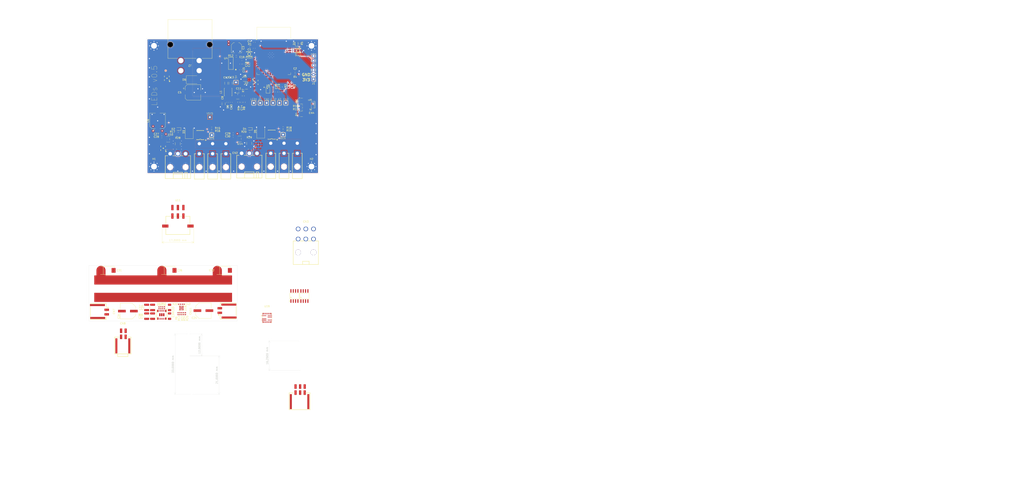
<source format=kicad_pcb>
(kicad_pcb (version 20241229) (generator "pcbnew") (generator_version "9.0")
  (layers (0 "F.Cu" signal) (4 "In1.Cu" power "Ground") (6 "In2.Cu" power "Power") (2 "B.Cu" signal) (13 "F.Paste" user) (15 "B.Paste" user) (5 "F.SilkS" user "F.Silkscreen") (7 "B.SilkS" user "B.Silkscreen") (1 "F.Mask" user) (3 "B.Mask" user) (25 "Edge.Cuts" user))
  (net 0 "")
  (net 1 "GND")
  (net 2 "/3v3/3v3")
  (net 3 "/esp32/USB.DP")
  (net 4 "/esp32/USB.DN")
  (net 5 "/buckconverter/SW")
  (net 6 "/buckconverter/FB")
  (net 7 "/5V")
  (net 8 "/VSYS")
  (net 9 "/a2d/I2C.SCL")
  (net 10 "/a2d/I2C.SDA")
  (net 11 "/a2d/AIN1")
  (net 12 "/led_channel/Switched12V")
  (net 13 "/led_channel1/Switched12V")
  (net 14 "/a2d/AIN2")
  (net 15 "/a2d/AIN3")
  (net 16 "/a2d/AIN4")
  (net 17 "/esp32/LED3")
  (net 18 "/esp32/LED4")
  (net 19 "/esp32/LED2")
  (net 20 "/esp32/LED1")
  (net 21 "/esp32/EN4")
  (net 22 "/esp32/EN3")
  (net 23 "/esp32/EN1")
  (net 24 "/esp32/EN2")
  (net 25 "Net-(J1-Pin_6)")
  (net 26 "Net-(J1-Pin_5)")
  (net 27 "Net-(U3-BOOT)")
  (net 28 "Net-(C14-Pad2)")
  (net 29 "Net-(U4-NR{slash}FB)")
  (net 30 "Net-(U13-OUT)")
  (net 33 "Net-(Q2-D)")
  (net 34 "Net-(Q1-D)")
  (net 35 "Net-(U14-OUT)")
  (net 36 "Net-(U2-VIN)")
  (net 38 "Net-(D1-A)")
  (net 39 "Net-(D1-K)")
  (net 40 "Net-(D2-A)")
  (net 41 "Net-(D4-A)")
  (net 42 "Net-(J1-Pin_3)")
  (net 43 "Net-(J1-Pin_4)")
  (net 44 "Net-(U4-EN)")
  (net 45 "Net-(U8-DEN)")
  (net 46 "Net-(U9-DEN)")
  (net 77 "Net-(RF3-SIG)")
  (net 78 "Net-(RF4-SIG)")
  (net 100 "Net-(U15-FB)")
  (net 103 "Net-(U18-IN)")
  (net 168 "/buck24v/VOUT")
  (net 169 "Net-(U15-AGND)")
  (net 170 "Net-(U15-SS)")
  (net 171 "Net-(U18-DVDT)")
  (net 172 "Net-(U18-EN{slash}UVLO)")
  (net 173 "Net-(U18-OVLO)")
  (net 174 "Net-(U18-IMON)")
  (net 175 "Net-(U18-PGTH)")
  (net 176 "/NanoFitPower/VIN")
  (footprint "Capacitor_SMD:CP_Elec_8x11.9" (layer "F.Cu") (at 81.75 54.5)
    (property "Reference" "C5")
    (property "Value" "C_Polarized")
  )
  (footprint "easyeda2kicad:LabeledTestPoint" (layer "F.Cu") (at 131 77.55 180)
    (property "Reference" "TP16" (hide yes))
    (property "Value" "LabeledTestPoint")
  )
  (footprint "easyeda2kicad:LabeledTestPoint" (layer "F.Cu") (at 105.25 49 -90)
    (property "Reference" "TP14" (hide yes))
    (property "Value" "LabeledTestPoint")
  )
  (footprint "Resistor_SMD:R_0603_1608Metric" (layer "F.Cu") (at 141.56 61.95)
    (property "Reference" "R10")
    (property "Value" "10k")
  )
  (footprint "easyeda2kicad:SOT-23-5_L3.0-W1.7-P0.95-LS2.8-BR" (layer "F.Cu") (at 68.25 80.05 180)
    (property "Reference" "U13")
    (property "Value" "UCC27517DBVR")
  )
  (footprint "easyeda2kicad:LabeledTestPoint" (layer "F.Cu") (at 125.5 60.25)
    (property "Reference" "TP3" (hide yes))
    (property "Value" "LabeledTestPoint")
  )
  (footprint "easyeda2kicad:LabeledTestPoint" (layer "F.Cu") (at 122 60.25)
    (property "Reference" "TP7" (hide yes))
    (property "Value" "LabeledTestPoint")
  )
  (footprint "Resistor_SMD:R_0402_1005Metric" (layer "F.Cu") (at 73.68 175.4 90)
    (property "Reference" "R6")
    (property "Value" "73.2k")
  )
  (footprint "Diode_SMD:D_SMB" (layer "F.Cu") (at 81.85 47.5)
    (property "Reference" "D6")
    (property "Value" "D_TVS")
  )
  (footprint "easyeda2kicad:CONN-TH_39303035" (layer "F.Cu") (at 73.55 88)
    (property "Reference" "CN1" (hide yes))
    (property "Value" "39303035")
  )
  (footprint "Capacitor_SMD:C_0603_1608Metric" (layer "F.Cu") (at 115.3 27.1 90)
    (property "Reference" "C4")
    (property "Value" "100nF")
  )
  (footprint "MountingHole:MountingHole_3.2mm_M3_Pad_Via" (layer "F.Cu") (at 146.5 29)
    (property "Reference" "H4" (hide yes))
    (property "Value" "MountingHole_Pad")
  )
  (footprint "Resistor_SMD:R_0603_1608Metric" (layer "F.Cu") (at 137.55 44.6 180)
    (property "Reference" "R4")
    (property "Value" "10k")
  )
  (footprint "Capacitor_SMD:C_0402_1005Metric" (layer "F.Cu") (at 65.25 172.18 -90)
    (property "Reference" "C40")
    (property "Value" "150pF")
  )
  (footprint "easyeda2kicad:B3QFN-19_L5.5-W5.0-P0.50-TL" (layer "F.Cu") (at 64.755 176 -90)
    (property "Reference" "U15" (hide yes))
    (property "Value" "TPSM86837RCGR")
  )
  (footprint "Resistor_SMD:R_0603_1608Metric" (layer "F.Cu") (at 92 75.55)
    (property "Reference" "R16")
    (property "Value" "4.7k")
  )
  (footprint "Resistor_SMD:R_0402_1005Metric" (layer "F.Cu") (at 75.68 175.4 -90)
    (property "Reference" "R22")
    (property "Value" "73.2k")
  )
  (footprint "Resistor_SMD:R_0603_1608Metric" (layer "F.Cu") (at 106.75 59.8505 -90)
    (property "Reference" "R9")
    (property "Value" "13.3k")
  )
  (footprint "Capacitor_SMD:C_0402_1005Metric" (layer "F.Cu") (at 63.25 172.2 90)
    (property "Reference" "C41")
    (property "Value" "22nF")
  )
  (footprint "Diode_SMD:D_SMB" (layer "F.Cu") (at 118.75 75.8 90)
    (property "Reference" "D5")
    (property "Value" "D_TVS")
  )
  (footprint "Capacitor_SMD:C_1206_3216Metric" (layer "F.Cu") (at 69 172 -90)
    (property "Reference" "C33")
    (property "Value" "10uF")
  )
  (footprint "Capacitor_SMD:C_1206_3216Metric" (layer "F.Cu") (at 69 176.75 90)
    (property "Reference" "C39")
    (property "Value" "10uF")
  )
  (footprint "easyeda2kicad:CAP-SMD_BD8.0-L8.3-W8.3-FD" (layer "F.Cu") (at 87.48 173.75)
    (property "Reference" "C24")
    (property "Value" "220uF")
  )
  (footprint "Resistor_SMD:R_0603_1608Metric" (layer "F.Cu") (at 73.75 76 180)
    (property "Reference" "R17")
    (property "Value" "3.3k")
  )
  (footprint "easyeda2kicad:CONN-TN_39301060" (layer "F.Cu") (at 143.4 131.85)
    (property "Reference" "CN3")
    (property "Value" "39301060")
  )
  (footprint "easyeda2kicad:CONN-TH_2P-P5.50_39-30-1020" (layer "F.Cu") (at 85.25 85.25)
    (property "Reference" "CN5" (hide yes))
    (property "Value" "39-30-1020")
  )
  (footprint "easyeda2kicad:CAP-SMD_L7.3-W4.3-FD" (layer "F.Cu") (at 35 151.75)
    (property "Reference" "C31")
    (property "Value" "330uF")
  )
  (footprint "easyeda2kicad:KEY-SMD_B3U-1000PM" (layer "F.Cu") (at 112.5 33.5)
    (property "Reference" "SW1")
    (property "Value" "KEY-SMD_B3U-1000PM")
  )
  (footprint "easyeda2kicad:CAP-SMD_L7.3-W4.3-FD" (layer "F.Cu") (at 98.5 151.75)
    (property "Reference" "C32")
    (property "Value" "330uF")
  )
  (footprint "Resistor_SMD:R_0402_1005Metric" (layer "F.Cu") (at 64.25 172.18 -90)
    (property "Reference" "R21")
    (property "Value" "10k")
  )
  (footprint "Resistor_SMD:R_0402_1005Metric" (layer "F.Cu") (at 76.68 175.41 -90)
    (property "Reference" "R24")
    (property "Value" "73.2k")
  )
  (footprint "Resistor_SMD:R_0603_1608Metric" (layer "F.Cu") (at 141.485 63.7)
    (property "Reference" "R11")
    (property "Value" "10k")
  )
  (footprint "easyeda2kicad:LabeledTestPoint" (layer "F.Cu") (at 91 68)
    (property "Reference" "TP1" (hide yes))
    (property "Value" "LabeledTestPoint")
  )
  (footprint "easyeda2kicad:ANT-SMD_73412-0110" (layer "F.Cu") (at 116 49 -90)
    (property "Reference" "RF2" (hide yes))
    (property "Value" "73412-0110")
  )
  (footprint "Capacitor_SMD:C_Elec_5x5.8" (layer "F.Cu") (at 105.55 30.1 -90)
    (property "Reference" "C3")
    (property "Value" "22uF")
  )
  (footprint "Package_TO_SOT_SMD:SOT-23" (layer "F.Cu") (at 141.06 66.2)
    (property "Reference" "Q1")
    (property "Value" "BSS138")
  )
  (footprint "Capacitor_SMD:C_0603_1608Metric" (layer "F.Cu") (at 108.525 36.5825)
    (property "Reference" "C16")
    (property "Value" "10nF")
  )
  (footprint "Capacitor_SMD:C_0603_1608Metric" (layer "F.Cu") (at 64.75 77.3 180)
    (property "Reference" "C27")
    (property "Value" "10uF")
  )
  (footprint "easyeda2kicad:CONN-TH_2P-P5.50_39-30-1020" (layer "F.Cu") (at 124.25 85)
    (property "Reference" "CN6" (hide yes))
    (property "Value" "39-30-1020")
  )
  (footprint "easyeda2kicad:MSOP-10_L3.0-W3.0-P0.50-LS5.0-BL" (layer "F.Cu") (at 122.75 53.25 -90)
    (property "Reference" "U5")
    (property "Value" "ADS1115IDGSR")
  )
  (footprint "Diode_SMD:D_SMB" (layer "F.Cu") (at 79.75 76.05 90)
    (property "Reference" "D3")
    (property "Value" "D_TVS")
  )
  (footprint "easyeda2kicad:LabeledTestPoint" (layer "F.Cu") (at 132.5 60.25)
    (property "Reference" "TP9" (hide yes))
    (property "Value" "LabeledTestPoint")
  )
  (footprint "Capacitor_SMD:C_1206_3216Metric" (layer "F.Cu") (at 99.95 49.438 90)
    (property "Reference" "C12")
    (property "Value" "22uF")
  )
  (footprint "LED_SMD:LED_0603_1608Metric" (layer "F.Cu") (at 112.75 74.4 180)
    (property "Reference" "D4")
    (property "Value" "LED")
  )
  (footprint "Resistor_SMD:R_0603_1608Metric" (layer "F.Cu") (at 131 73.8)
    (property "Reference" "R18")
    (property "Value" "1.5k")
  )
  (footprint "Package_SON:Texas_DPY0002A_0.6x1mm_P0.65mm" (layer "F.Cu") (at 72 85.5 180)
    (property "Reference" "U7" (hide yes))
    (property "Value" "TPD1E05U06DPY")
  )
  (footprint "Capacitor_SMD:C_0603_1608Metric" (layer "F.Cu") (at 103.75 78.55 180)
    (property "Reference" "C30")
    (property "Value" "100nF")
  )
  (footprint "easyeda2kicad:CONN-TH_2P-P5.50_39-30-1020" (layer "F.Cu") (at 92.5 85.25)
    (property "Reference" "CN9" (hide yes))
    (property "Value" "39-30-1020")
  )
  (footprint "Capacitor_SMD:C_1210_3225Metric" (layer "F.Cu") (at 59.75 172 -90)
    (property "Reference" "C35")
    (property "Value" "10uF")
  )
  (footprint "LED_SMD:LED_0603_1608Metric" (layer "F.Cu") (at 138.4 27.7 90)
    (property "Reference" "D1")
    (property "Value" "LED")
  )
  (footprint "easyeda2kicad:CAP-SMD_BD8.0-L8.3-W8.3-FD" (layer "F.Cu") (at 46.25 174 180)
    (property "Reference" "C34")
    (property "Value" "220uF")
  )
  (footprint "Resistor_SMD:R_0402_1005Metric" (layer "F.Cu") (at 66.25 172.18 -90)
    (property "Reference" "R14")
    (property "Value" "73.2k")
  )
  (footprint "easyeda2kicad:SOIC-8_L4.9-W3.9-P1.27-LS6.0-BL" (layer "F.Cu") (at 137.18 165.74)
    (property "Reference" "U16" (hide yes))
    (property "Value" "THVD2450DR")
  )
  (footprint "Capacitor_SMD:C_0603_1608Metric" (layer "F.Cu") (at 115.3 30.35 -90)
    (property "Reference" "C1")
    (property "Value" "10uf")
  )
  (footprint "easyeda2kicad:PG-TSDSO-14_L4.9-W3.9-P0.65-LS6.0-BL-EP" (layer "F.Cu") (at 124.75 77.55 90)
    (property "Reference" "U9" (hide yes))
    (property "Value" "BTS70021EPPXUMA1")
  )
  (footprint "easyeda2kicad:QFN-30_L5.0-W5.0-P0.40-TL_MP5048GU-Z" (layer "F.Cu") (at 122.2 177.7)
    (property "Reference" "U19")
    (property "Value" "MP5048GU-Z")
  )
  (footprint "easyeda2kicad:CONN-TH_2P-P5.50_39-30-1020" (layer "F.Cu") (at 99.75 85.25)
    (property "Reference" "CN13" (hide yes))
    (property "Value" "39-30-1020")
  )
  (footprint "Resistor_SMD:R_1210_3225Metric_Pad1.30x2.65mm_HandSolder" (layer "F.Cu") (at 73.5 82.55 -90)
    (property "Reference" "R28")
    (property "Value" "120")
  )
  (footprint "Capacitor_SMD:C_0603_1608Metric" (layer "F.Cu") (at 128.75 54.25 -90)
    (property "Reference" "C19")
    (property "Value" "1uF")
  )
  (footprint "Capacitor_SMD:C_0603_1608Metric" (layer "F.Cu") (at 109.325 38.9825 90)
    (property "Reference" "C17")
    (property "Value" "1uF")
  )
  (footprint "easyeda2kicad:PG-TSDSO-14_L4.9-W3.9-P0.65-LS6.0-BL-EP" (layer "F.Cu") (at 85.75 77.8 90)
    (property "Reference" "U8" (hide yes))
    (property "Value" "BTS70021EPPXUMA1")
  )
  (footprint "Capacitor_SMD:C_0603_1608Metric" (layer "F.Cu") (at 100.65 59.8755 -90)
    (property "Reference" "C9")
    (property "Value" "10uF")
  )
  (footprint "easyeda2kicad:SOT-223-6_L6.5-W3.5-P1.27-LS7.0-BR" (layer "F.Cu") (at 102.5 38.5825)
    (property "Reference" "U4")
    (property "Value" "TPS73733DCQ_C5220270")
  )
  (footprint "Capacitor_SMD:C_0603_1608Metric" (layer "F.Cu") (at 103.75 77.05 180)
    (property "Reference" "C29")
    (property "Value" "10uF")
  )
  (footprint "LED_SMD:LED_0603_1608Metric" (layer "F.Cu") (at 73.75 74.5 180)
    (property "Reference" "D2")
    (property "Value" "LED")
  )
  (footprint "easyeda2kicad:CONN-SMD_1054051106" (layer "F.Cu") (at 139.995 219.3725)
    (property "Reference" "U12" (hide yes))
    (property "Value" "1054051106")
  )
  (footprint "Resistor_SMD:R_0603_1608Metric" (layer "F.Cu") (at 109.25 56.368 -90)
    (property "Reference" "R7")
    (property "Value" "49.9")
  )
  (footprint "Capacitor_SMD:C_0402_1005Metric" (layer "F.Cu") (at 76.5 170.25)
    (property "Reference" "C42")
    (property "Value" "22nF")
  )
  (footprint "Capacitor_SMD:C_0603_1608Metric" (layer "F.Cu") (at 127.25 54.25 -90)
    (property "Reference" "C20")
    (property "Value" "100nF")
  )
  (footprint "easyeda2kicad:CONN-SMD_1054051104" (layer "F.Cu") (at 43.48 188.88)
    (property "Reference" "CN8")
    (property "Value" "1054051104")
  )
  (footprint "Connector_PinHeader_2.54mm:PinHeader_1x06_P2.54mm_Vertical" (layer "F.Cu") (at 147.6 47.28 180)
    (property "Reference" "J1")
    (property "Value" "Conn_01x06")
  )
  (footprint "easyeda2kicad:SOIC-8_L4.9-W3.9-P1.27-LS6.0-BL" (layer "F.Cu") (at 142.63 165.77)
    (property "Reference" "U17" (hide yes))
    (property "Value" "THVD2450DR")
  )
  (footprint "Package_SON:Texas_DPY0002A_0.6x1mm_P0.65mm" (layer "F.Cu") (at 111.15 85.5 180)
    (property "Reference" "U10" (hide yes))
    (property "Value" "TPD1E05U06DPY")
  )
  (footprint "Resistor_SMD:R_0603_1608Metric" (layer "F.Cu") (at 135.8776 50.9695 90)
    (property "Reference" "R3")
    (property "Value" "10k")
  )
  (footprint "easyeda2kicad:IND-SMD_L4.0-W4.0-A" (layer "F.Cu") (at 101 54.3 90)
    (property "Reference" "L1")
    (property "Value" "XAL4040-103MEC")
  )
  (footprint "Resistor_SMD:R_0603_1608Metric" (layer "F.Cu") (at 112.75 76 180)
    (property "Reference" "R20")
    (property "Value" "3.3k")
  )
  (footprint "easyeda2kicad:SOT-23-5_L3.0-W1.7-P0.95-LS2.8-BR" (layer "F.Cu") (at 107.25 79.8 180)
    (property "Reference" "U14")
    (property "Value" "UCC27517DBVR")
  )
  (footprint "easyeda2kicad:ANT-SMD_73412-0110" (layer "F.Cu") (at 67.5 46.75 90)
    (property "Reference" "RF1" (hide yes))
    (property "Value" "73412-0110")
  )
  (footprint "Resistor_SMD:R_0603_1608Metric" (layer "F.Cu") (at 139.9 27.7 -90)
    (property "Reference" "R5")
    (property "Value" "330")
  )
  (footprint "Resistor_SMD:R_0603_1608Metric" (layer "F.Cu") (at 133.8776 50.9695 90)
    (property "Reference" "R2")
    (property "Value" "10k")
  )
  (footprint "easyeda2kicad:CONN-SMD_6P-P3.0-H-R2-C3-S4.63" (layer "F.Cu") (at 73.55 122.4675)
    (property "Reference" "U11")
    (property "Value" "430450609")
  )
  (footprint "Capacitor_SMD:CP_Elec_8x11.9" (layer "F.Cu") (at 62.5 70 90)
    (property "Reference" "C6")
    (property "Value" "C_Polarized")
  )
  (footprint "Resistor_SMD:R_0402_1005Metric" (layer "F.Cu") (at 77.68 175.4 -90)
    (property "Reference" "R25")
    (property "Value" "73.2k")
  )
  (footprint "MountingHole:MountingHole_3.2mm_M3_Pad_Via" (layer "F.Cu") (at 60.5 95)
    (property "Reference" "H1")
    (property "Value" "MountingHole_Pad")
  )
  (footprint "easyeda2kicad:CONN-SMD_2P-P2.54_105430-1102" (layer "F.Cu") (at 32.15 174.23 -90)
    (property "Reference" "CN7")
    (property "Value" "105430-1102")
  )
  (footprint "easyeda2kicad:LabeledTestPoint" (layer "F.Cu") (at 118.5 60.25)
    (property "Reference" "TP4" (hide yes))
    (property "Value" "LabeledTestPoint")
  )
  (footprint "Capacitor_SMD:C_1210_3225Metric" (layer "F.Cu") (at 59.75 176.75 90)
    (property "Reference" "C36")
    (property "Value" "10uF")
  )
  (footprint "Resistor_SMD:R_0603_1608Metric" (layer "F.Cu") (at 92 74.05)
    (property "Reference" "R15")
    (property "Value" "1.5k")
  )
  (footprint "Capacitor_SMD:C_1210_3225Metric" (layer "F.Cu") (at 56.5 172 -90)
    (property "Reference" "C37")
    (property "Value" "10uF")
  )
  (footprint "Capacitor_SMD:C_0603_1608Metric" (layer "F.Cu") (at 102.65 59.8755 -90)
    (property "Reference" "C10")
    (property "Value" "100nF")
  )
  (footprint "Capacitor_SMD:C_0603_1608Metric" (layer "F.Cu") (at 107.825 38.9825 90)
    (property "Reference" "C18")
    (property "Value" "1uF")
  )
  (footprint "easyeda2kicad:LabeledTestPoint" (layer "F.Cu") (at 115 60.25)
    (property "Reference" "TP2" (hide yes))
    (property "Value" "LabeledTestPoint")
  )
  (footprint "Capacitor_SMD:C_0603_1608Metric" (layer "F.Cu") (at 137.525 42.85)
    (property "Reference" "C2")
    (property "Value" "1uf")
  )
  (footprint "easyeda2kicad:LabeledTestPoint" (layer "F.Cu") (at 92 77.8 180)
    (property "Reference" "TP15" (hide yes))
    (property "Value" "LabeledTestPoint")
  )
  (footprint "RF_Module:ESP32-S3-WROOM-1" (layer "F.Cu") (at 125.9 31.74)
    (property "Reference" "U1" (hide yes))
    (property "Value" "ESP32-S3-WROOM-1")
  )
  (footprint "MountingHole:MountingHole_3.2mm_M3_Pad_Via" (layer "F.Cu") (at 60.5 29)
    (property "Reference" "H3" (hide yes))
    (property "Value" "MountingHole_Pad")
  )
  (footprint "Capacitor_SMD:C_0603_1608Metric" (layer "F.Cu") (at 107.825 42.0825 -90)
    (property "Reference" "C15")
    (property "Value" "1uF")
  )
  (footprint "Package_TO_SOT_SMD:SOT-363_SC-70-6" (layer "F.Cu") (at 111 51.5)
    (property "Reference" "U2")
    (property "Value" "LM66100DCK")
  )
  (footprint "Resistor_SMD:R_0603_1608Metric" (layer "F.Cu") (at 131 75.3)
    (property "Reference" "R19")
    (property "Value" "4.7k")
  )
  (footprint "Resistor_SMD:R_0402_1005Metric" (layer "F.Cu") (at 74.68 175.4 90)
    (property "Reference" "R13")
    (property "Value" "73.2k")
  )
  (footprint "Resistor_SMD:R_1210_3225Metric_Pad1.30x2.65mm_HandSolder" (layer "F.Cu") (at 112.5 82.3 -90)
    (property "Reference" "R29")
    (property "Value" "120")
  )
  (footprint "Resistor_SMD:R_0603_1608Metric" (layer "F.Cu") (at 105.425 34.7825)
    (property "Reference" "R12")
    (property "Value" "10k")
  )
  (footprint "Resistor_SMD:R_0603_1608Metric" (layer "F.Cu") (at 109.75 59.868 -90)
    (property "Reference" "R8")
    (property "Value" "100k")
  )
  (footprint "easyeda2kicad:CONN_SDA-42820-0002_02_RC_MOL" (layer "F.Cu") (at 75.1604 42.5697 180)
    (property "Reference" "J2")
    (property "Value" "428202214")
  )
  (footprint "Capacitor_SMD:C_1210_3225Metric" (layer "F.Cu") (at 56.5 176.75 90)
    (property "Reference" "C38")
    (property "Value" "10uF")
  )
  (footprint "easyeda2kicad:CAP-SMD_L7.3-W4.3-FD" (layer "F.Cu") (at 68.25 151.75)
    (property "Reference" "C26")
    (property "Value" "330uF")
  )
  (footprint "easyeda2kicad:VQFN-10_L2.0-W2.0-P0.45-TL" (layer "F.Cu") (at 75.48 172.34 90)
    (property "Reference" "U18")
    (property "Value" "LM73100RPWR")
  )
  (footprint "Package_TO_SOT_SMD:SOT-23" (layer "F.Cu") (at 141.06 59.2)
    (property "Reference" "Q2")
    (property "Value" "BSS138")
  )
  (footprint "Package_TO_SOT_SMD:SOT-23-6" (layer "F.Cu") (at 106.25 56.5005)
    (property "Reference" "U3" (hide yes))
    (property "Value" "TPS54202DDC")
  )
  (footprint "Capacitor_SMD:C_0603_1608Metric" (layer "F.Cu") (at 64.75 78.8 180)
    (property "Reference" "C28")
    (property "Value" "100nF")
  )
  (footprint "Capacitor_SMD:C_1206_3216Metric" (layer "F.Cu") (at 102.35 49.438 90)
    (property "Reference" "C13")
    (property "Value" "22uF")
  )
  (footprint "Capacitor_SMD:C_1206_3216Metric" (layer "F.Cu") (at 98.55 60.738 -90)
    (property "Reference" "C8")
    (property "Value" "22uF")
  )
  (footprint "easyeda2kicad:CONN-SMD_BM04B-SRSS-TB" (layer "F.Cu") (at 146.56 61.2 -90)
    (property "Reference" "CN4")
    (property "Value" "BM04B-SRSS-TB(LF)(SN)")
  )
  (footprint "Package_SON:WSON-6-1EP_2x2mm_P0.65mm_EP1x1.6mm" (layer "F.Cu") (at 110.1125 47.35)
    (property "Reference" "U6")
    (property "Value" "TVS0500DRV")
  )
  (footprint "easyeda2kicad:CONN-TH_2P-P5.50_39-30-1020" (layer "F.Cu") (at 131.5 85)
    (property "Reference" "CN10" (hide yes))
    (property "Value" "39-30-1020")
  )
  (footprint "Capacitor_SMD:C_0603_1608Metric" (layer "F.Cu") (at 108.25 59.868 90)
    (property "Reference" "C14")
    (property "Value" "75pF")
  )
  (footprint "easyeda2kicad:LabeledTestPoint" (layer "F.Cu") (at 129 60.25)
    (property "Reference" "TP5" (hide yes))
    (property "Value" "LabeledTestPoint")
  )
  (footprint "easyeda2kicad:CONN-TH_39303035" (layer "F.Cu") (at 112.55 87.75)
    (property "Reference" "CN2")
    (property "Value" "39303035")
  )
  (footprint "MountingHole:MountingHole_3.2mm_M3_Pad_Via" (layer "F.Cu") (at 146.5 95)
    (property "Reference" "H2")
    (property "Value" "MountingHole_Pad")
  )
  (footprint "easyeda2kicad:CONN-SMD_2P-P2.54_105430-1102" (layer "F.Cu") (at 98.97 173.98 90)
    (property "Reference" "CN11")
    (property "Value" "105430-1102")
  )
  (footprint "easyeda2kicad:CONN-TH_2P-P5.50_39-30-1020" (layer "F.Cu") (at 138.75 85)
    (property "Reference" "CN14" (hide yes))
    (property "Value" "39-30-1020")
  )
  (footprint "easyeda2kicad:ANT-SMD_73412-0110" (layer "F.Cu") (at 65.5 85 90)
    (property "Reference" "RF3" (hide yes))
    (property "Value" "73412-0110")
  )
  (footprint "Resistor_SMD:R_0402_1005Metric" (layer "F.Cu") (at 74.51 170.25 180)
    (property "Reference" "R23")
    (property "Value" "73.2k")
  )
  (footprint "Resistor_SMD:R_0603_1608Metric" (layer "F.Cu") (at 112.8 29.6)
    (property "Reference" "R1")
    (property "Value" "10k")
  )
  (footprint "easyeda2kicad:KEY-SMD_B3U-1000PM" (layer "F.Cu") (at 139.2 31.6 180)
    (property "Reference" "SW2")
    (property "Value" "KEY-SMD_B3U-1000PM")
  )
  (footprint "Capacitor_SMD:C_0603_1608Metric" (layer "F.Cu") (at 106.85 53.9005 180)
    (property "Reference" "C11")
    (property "Value" "100nf")
  )
  (footprint "easyeda2kicad:ANT-SMD_73412-0110" (layer "B.Cu") (at 117.5 83 90)
    (property "Reference" "RF4" (hide yes))
    (property "Value" "73412-0110")
  )
  (gr_rect (start 56.5 25) (end 150.5 99) (stroke (width 0.05)) (fill no) (layer "Edge.Cuts"))
  (gr_rect (start 25 149) (end 106 179.5) (stroke (width 0.05)) (fill no) (layer "Edge.Cuts"))
  (gr_text "3V3" (at 141.35 48.45 0) (layer "F.SilkS") (effects (font (size 1.5 1.5) (thickness 0.3) (bold yes)) (justify left bottom)))
  (gr_text "LEDs v0.5" (at 62.5 62 90) (layer "F.SilkS") (effects (font (size 3 3) (thickness 0.1)) (justify left bottom)))
  (gr_text "GND\n" (at 141.1 45.7 0) (layer "F.SilkS") (effects (font (size 1.5 1.5) (thickness 0.3) (bold yes)) (justify left bottom)))
  (dimension (type orthogonal) (layer "F.SilkS") (pts (xy 64.9 127.6) (xy 82.2 126.4575)) (height 8.8) (orientation 0) (format (prefix "") (suffix "") (units 3) (units_format 1) (precision 4)) (style (thickness 0.1) (arrow_length 1.27) (text_position_mode 0) (arrow_direction outward) (extension_height 0.58642) (extension_offset 0.5) (keep_text_aligned yes)) (gr_text "17.3000 mm" (at 73.55 135.3 0) (layer "F.SilkS") (effects (font (size 1 1) (thickness 0.1)))))
  (dimension (type orthogonal) (layer "Edge.Cuts") (pts (xy 79.5 186.5) (xy 79.5 198.5)) (height 7) (orientation 1) (format (prefix "") (suffix "") (units 3) (units_format 1) (precision 4)) (style (thickness 0.05) (arrow_length 1.27) (text_position_mode 0) (arrow_direction outward) (extension_height 0.58642) (extension_offset 0.5) (keep_text_aligned yes)) (gr_text "12.0000 mm" (at 85.35 192.5 90) (layer "Edge.Cuts") (effects (font (size 1 1) (thickness 0.15)))))
  (dimension (type orthogonal) (layer "Edge.Cuts") (pts (xy 79.5 198.5) (xy 81 219.5)) (height 16.5) (orientation 1) (format (prefix "") (suffix "") (units 3) (units_format 1) (precision 4)) (style (thickness 0.05) (arrow_length 1.27) (text_position_mode 0) (arrow_direction outward) (extension_height 0.58642) (extension_offset 0.5) (keep_text_aligned yes)) (gr_text "21.0000 mm" (at 94.85 209 90) (layer "Edge.Cuts") (effects (font (size 1 1) (thickness 0.15)))))
  (dimension (type orthogonal) (layer "Edge.Cuts") (pts (xy 140.175 190.25) (xy 141 206.5)) (height -16.675) (orientation 1) (format (prefix "") (suffix "") (units 3) (units_format 1) (precision 4)) (style (thickness 0.05) (arrow_length 1.27) (text_position_mode 0) (arrow_direction outward) (extension_height 0.58642) (extension_offset 0.5) (keep_text_aligned yes)) (gr_text "16.2500 mm" (at 122.35 198.375 90) (layer "Edge.Cuts") (effects (font (size 1 1) (thickness 0.15)))))
  (dimension (type orthogonal) (layer "Edge.Cuts") (pts (xy 79.5 186.5) (xy 81 219.5)) (height -7.5) (orientation 1) (format (prefix "") (suffix "") (units 3) (units_format 1) (precision 4)) (style (thickness 0.05) (arrow_length 1.27) (text_position_mode 0) (arrow_direction outward) (extension_height 0.58642) (extension_offset 0.5) (keep_text_aligned yes)) (gr_text "33.0000 mm" (at 70.85 203 90) (layer "Edge.Cuts") (effects (font (size 1 1) (thickness 0.15)))))
  (segment (start 93.45 74.05) (end 94 73.5) (width 0.2) (layer "F.Cu") (net 1))
  (segment (start 109.325 38.2075) (end 109.325 36.6075) (width 1) (layer "F.Cu") (net 1))
  (segment (start 111.535531 51.5) (end 111.95 51.5) (width 0.2) (layer "F.Cu") (net 1))
  (segment (start 109.325 36.6075) (end 109.3 36.5825) (width 1) (layer "F.Cu") (net 1))
  (segment (start 118.75 73.65) (end 116.65 73.65) (width 2) (layer "F.Cu") (net 1))
  (segment (start 115.6 74.4) (end 116.5 73.5) (width 0.2) (layer "F.Cu") (net 1))
  (segment (start 107.825 38.2075) (end 107.45 38.5825) (width 1) (layer "F.Cu") (net 1))
  (segment (start 106.1825 55.5505) (end 106.25 55.618) (width 0.2) (layer "F.Cu") (net 1))
  (segment (start 111 52.035531) (end 111 52.75) (width 0.2) (layer "F.Cu") (net 1))
  (segment (start 111 50.738304) (end 111 50.5) (width 0.2) (layer "F.Cu") (net 1))
  (segment (start 118.75 73.65) (end 120.85 73.65) (width 2) (layer "F.Cu") (net 1))
  (segment (start 110.238304 51.5) (end 111 50.738304) (width 0.2) (layer "F.Cu") (net 1))
  (segment (start 107.825 38.2075) (end 109.325 38.2075) (width 1) (layer "F.Cu") (net 1))
  (segment (start 92.825 74.05) (end 93.45 74.05) (width 0.2) (layer "F.Cu") (net 1))
  (segment (start 111 52.035531) (end 111.535531 51.5) (width 0.2) (layer "F.Cu") (net 1))
  (segment (start 82.5 74) (end 82.4 73.9) (width 0.2) (layer "F.Cu") (net 1))
  (segment (start 77.1 73.9) (end 77 74) (width 0.2) (layer "F.Cu") (net 1))
  (segment (start 105.1125 55.5505) (end 106.1825 55.5505) (width 0.4) (layer "F.Cu") (net 1))
  (segment (start 111 50.5) (end 111 50.25) (width 0.2) (layer "F.Cu") (net 1))
  (segment (start 120.64 53.25) (end 119.01 53.25) (width 0.2) (layer "F.Cu") (net 1))
  (segment (start 111 50.25) (end 110 49.25) (width 0.2) (layer "F.Cu") (net 1))
  (segment (start 82.4 73.9) (end 79.75 73.9) (width 2) (layer "F.Cu") (net 1))
  (segment (start 120.64 53.25) (end 122.16 53.25) (width 0.2) (layer "F.Cu") (net 1))
  (segment (start 113.5375 74.4) (end 115.6 74.4) (width 0.2) (layer "F.Cu") (net 1))
  (segment (start 74.5375 74.65) (end 79 74.65) (width 0.2) (layer "F.Cu") (net 1))
  (segment (start 111.95 51.5) (end 113.25 51.5) (width 0.4) (layer "F.Cu") (net 1))
  (segment (start 120.85 73.65) (end 121 73.5) (width 2) (layer "F.Cu") (net 1))
  (segment (start 107.45 38.5825) (end 105.35 38.5825) (width 1) (layer "F.Cu") (net 1))
  (segment (start 79.75 73.9) (end 77.1 73.9) (width 2) (layer "F.Cu") (net 1))
  (via (at 110 82) (size 0.8) (drill 0.6) (layers "F.Cu" "B.Cu") (net 1))
  (via (at 82.5 74) (size 0.8) (drill 0.6) (layers "F.Cu" "B.Cu") (net 1))
  (via (at 94 73.5) (size 0.45) (drill 0.3) (layers "F.Cu" "B.Cu") (net 1))
  (via (at 130.5 51.5) (size 0.45) (drill 0.3) (layers "F.Cu" "B.Cu") (net 1))
  (via (at 102.75 62.368) (size 0.8) (drill 0.6) (layers "F.Cu" "B.Cu") (net 1))
  (via (at 106.25 55.618) (size 0.45) (drill 0.3) (layers "F.Cu" "B.Cu") (net 1))
  (via (at 96 97.5) (size 0.8) (drill 0.6) (layers "F.Cu" "B.Cu") (net 1))
  (via (at 102.25 46.368) (size 0.8) (drill 0.6) (layers "F.Cu" "B.Cu") (net 1))
  (via (at 88.5 54.5) (size 0.8) (drill 0.6) (layers "F.Cu" "B.Cu") (net 1))
  (via (at 149 77) (size 0.8) (drill 0.6) (layers "F.Cu" "B.Cu") (net 1))
  (via (at 142.2 31.6) (size 0.8) (drill 0.6) (layers "F.Cu" "B.Cu") (net 1))
  (via (at 100.75 62.368) (size 0.8) (drill 0.6) (layers "F.Cu" "B.Cu") (net 1))
  (via (at 77 74) (size 0.8) (drill 0.6) (layers "F.Cu" "B.Cu") (net 1))
  (via (at 136.75 26.5) (size 0.8) (drill 0.6) (layers "F.Cu" "B.Cu") (net 1))
  (via (at 58 36) (size 0.8) (drill 0.6) (layers "F.Cu" "B.Cu") (net 1))
  (via (at 113.75 26.25) (size 0.8) (drill 0.6) (layers "F.Cu" "B.Cu") (net 1))
  (via (at 113.25 51.5) (size 0.8) (drill 0.6) (layers "F.Cu" "B.Cu") (net 1))
  (via (at 119 26.5) (size 0.8) (drill 0.6) (layers "F.Cu" "B.Cu") (net 1))
  (via (at 104 97.5) (size 0.8) (drill 0.6) (layers "F.Cu" "B.Cu") (net 1))
  (via (at 115 81) (size 0.8) (drill 0.6) (layers "F.Cu" "B.Cu") (net 1))
  (via (at 110 84) (size 0.8) (drill 0.6) (layers "F.Cu" "B.Cu") (net 1))
  (via (at 75.5 85.5) (size 0.45) (drill 0.3) (layers "F.Cu" "B.Cu") (net 1))
  (via (at 149 82.5) (size 0.8) (drill 0.6) (layers "F.Cu" "B.Cu") (net 1))
  (via (at 86 47.5) (size 0.8) (drill 0.6) (layers "F.Cu" "B.Cu") (net 1))
  (via (at 149 71.5) (size 0.8) (drill 0.6) (layers "F.Cu" "B.Cu") (net 1))
  (via (at 58 51.5) (size 0.8) (drill 0.6) (layers "F.Cu" "B.Cu") (net 1))
  (via (at 118.71 52.95) (size 0.8) (drill 0.6) (layers "F.Cu" "B.Cu") (net 1))
  (via (at 62.5 70) (size 0.8) (drill 0.6) (layers "F.Cu" "B.Cu") (net 1))
  (via (at 75.5 81) (size 0.45) (drill 0.3) (layers "F.Cu" "B.Cu") (net 1))
  (via (at 132.75 26.5) (size 0.8) (drill 0.6) (layers "F.Cu" "B.Cu") (net 1))
  (via (at 115.4 32.8) (size 0.8) (drill 0.6) (layers "F.Cu" "B.Cu") (net 1))
  (via (at 110.8 36.6) (size 0.8) (drill 0.6) (layers "F.Cu" "B.Cu") (net 1))
  (via (at 112.5 78.5) (size 0.8) (drill 0.6) (layers "F.Cu" "B.Cu") (net 1))
  (via (at 58 41) (size 0.8) (drill 0.6) (layers "F.Cu" "B.Cu") (net 1))
  (via (at 149 88.5) (size 0.8) (drill 0.6) (layers "F.Cu" "B.Cu") (net 1))
  (via (at 75.5 82.5) (size 0.45) (drill 0.3) (layers "F.Cu" "B.Cu") (net 1))
  (via (at 128 97.5) (size 0.8) (drill 0.6) (layers "F.Cu" "B.Cu") (net 1))
  (via (at 59.5 66.5) (size 0.8) (drill 0.6) (layers "F.Cu" "B.Cu") (net 1))
  (via (at 111 50.5) (size 0.8) (drill 0.6) (layers "F.Cu" "B.Cu") (net 1))
  (via (at 100 46.368) (size 0.8) (drill 0.6) (layers "F.Cu" "B.Cu") (net 1))
  (via (at 107.5 32) (size 0.8) (drill 0.6) (layers "F.Cu" "B.Cu") (net 1))
  (via (at 135 97.5) (size 0.8) (drill 0.6) (layers "F.Cu" "B.Cu") (net 1))
  (via (at 75.5 84) (size 0.45) (drill 0.3) (layers "F.Cu" "B.Cu") (net 1))
  (via (at 66 66.5) (size 0.8) (drill 0.6) (layers "F.Cu" "B.Cu") (net 1))
  (via (at 102.25 38.5) (size 0.8) (drill 0.6) (layers "F.Cu" "B.Cu") (net 1))
  (via (at 82.5 54.5) (size 0.8) (drill 0.6) (layers "F.Cu" "B.Cu") (net 1))
  (via (at 70 77.5) (size 0.45) (drill 0.3) (layers "F.Cu" "B.Cu") (net 1))
  (via (at 106.75 62.118) (size 0.8) (drill 0.6) (layers "F.Cu" "B.Cu") (net 1))
  (via (at 58 58) (size 0.8) (drill 0.6) (layers "F.Cu" "B.Cu") (net 1))
  (via (at 89 97.5) (size 0.8) (drill 0.6) (layers "F.Cu" "B.Cu") (net 1))
  (via (at 98.5 64.118) (size 0.8) (drill 0.6) (layers "F.Cu" "B.Cu") (net 1))
  (via (at 96.75 62.368) (size 0.8) (drill 0.6) (layers "F.Cu" "B.Cu") (net 1))
  (via (at 116.5 73.5) (size 0.8) (drill 0.6) (layers "F.Cu" "B.Cu") (net 1))
  (via (at 103.75 32) (size 0.8) (drill 0.6) (layers "F.Cu" "B.Cu") (net 1))
  (via (at 139.8 42.8) (size 0.8) (drill 0.6) (layers "F.Cu" "B.Cu") (net 1))
  (via (at 81.5 97.5) (size 0.8) (drill 0.6) (layers "F.Cu" "B.Cu") (net 1))
  (via (at 71 82.5) (size 0.45) (drill 0.3) (layers "F.Cu" "B.Cu") (net 1))
  (via (at 71 85.5) (size 0.45) (drill 0.3) (layers "F.Cu" "B.Cu") (net 1))
  (via (at 121 73.5) (size 0.8) (drill 0.6) (layers "F.Cu" "B.Cu") (net 1))
  (via (at 84.5 52.5) (size 0.8) (drill 0.6) (layers "F.Cu" "B.Cu") (net 1))
  (via (at 71 81) (size 0.45) (drill 0.3) (layers "F.Cu" "B.Cu") (net 1))
  (via (at 115 84) (size 0.8) (drill 0.6) (layers "F.Cu" "B.Cu") (net 1))
  (via (at 104.5 54.618) (size 0.45) (drill 0.3) (layers "F.Cu" "B.Cu") (net 1))
  (via (at 73.5 97.5) (size 0.8) (drill 0.6) (layers "F.Cu" "B.Cu") (net 1))
  (via (at 110.25 45.25) (size 0.8) (drill 0.6) (layers "F.Cu" "B.Cu") (net 1))
  (via (at 58 88) (size 0.8) (drill 0.6) (layers "F.Cu" "B.Cu") (net 1))
  (via (at 97.5 38.5) (size 0.8) (drill 0.6) (layers "F.Cu" "B.Cu") (net 1))
  (via (at 107.8 44.6) (size 0.8) (drill 0.6) (layers "F.Cu" "B.Cu") (net 1))
  (via (at 87 52.5) (size 0.8) (drill 0.6) (layers "F.Cu" "B.Cu") (net 1))
  (via (at 58 79) (size 0.8) (drill 0.6) (layers "F.Cu" "B.Cu") (net 1))
  (via (at 108 47.25) (size 0.8) (drill 0.6) (layers "F.Cu" "B.Cu") (net 1))
  (via (at 120.5 97.5) (size 0.8) (drill 0.6) (layers "F.Cu" "B.Cu") (net 1))
  (via (at 105 54.368) (size 0.45) (drill 0.3) (layers "F.Cu" "B.Cu") (net 1))
  (via (at 58 83) (size 0.8) (drill 0.6) (layers "F.Cu" "B.Cu") (net 1))
  (via (at 62.5 62.5) (size 0.8) (drill 0.6) (layers "F.Cu" "B.Cu") (net 1))
  (via (at 58 46) (size 0.8) (drill 0.6) (layers "F.Cu" "B.Cu") (net 1))
  (via (at 73 78.5) (size 0.45) (drill 0.3) (layers "F.Cu" "B.Cu") (net 1))
  (segment (start 138.375 44.6) (end 139.4 44.6) (width 1) (layer "F.Cu") (net 2))
  (segment (start 147.6 55.4) (end 147.6 47.28) (width 0.2) (layer "F.Cu") (net 2))
  (segment (start 139.9 28.525) (end 139.9 29.5) (width 0.2) (layer "F.Cu") (net 2))
  (segment (start 138.414 63.5415) (end 138.414 59.221001) (width 0.2) (layer "F.Cu") (net 2))
  (segment (start 139.4 44.6) (end 139.5 44.5) (width 1) (layer "F.Cu") (net 2))
  (segment (start 105.35 39.8525) (end 110.8525 39.8525) (width 1) (layer "F.Cu") (net 2))
  (segment (start 136.76 51.8) (end 136.935 51.975) (width 0.2) (layer "F.Cu") (net 2))
  (segment (start 110.8525 39.8525) (end 111.75 38.955) (width 1) (layer "F.Cu") (net 2))
  (segment (start 139.385001 58.25) (end 140.1225 58.25) (width 0.2) (layer "F.Cu") (net 2))
  (segment (start 140.1225 65.25) (end 138.414 63.5415) (width 0.2) (layer "F.Cu") (net 2))
  (segment (start 111.75 38.955) (end 111.75 38.5) (width 1) (layer "F.Cu") (net 2))
  (segment (start 138.414 59.221001) (end 139.385001 58.25) (width 0.2) (layer "F.Cu") (net 2))
  (segment (start 140.1225 58.25) (end 144.75 58.25) (width 0.2) (layer "F.Cu") (net 2))
  (segment (start 133.935 51.8) (end 133.11 51.8) (width 0.2) (layer "F.Cu") (net 2))
  (segment (start 144.75 58.25) (end 147.6 55.4) (width 0.2) (layer "F.Cu") (net 2))
  (segment (start 135.935 51.8) (end 136.76 51.8) (width 0.2) (layer "F.Cu") (net 2))
  (segment (start 133.11 51.8) (end 132.435 52.475) (width 0.2) (layer "F.Cu") (net 2))
  (via (at 111.75 38.5) (size 0.8) (drill 0.6) (layers "F.Cu" "B.Cu") (net 2))
  (via (at 132.435 52.475) (size 0.45) (drill 0.3) (layers "F.Cu" "B.Cu") (net 2))
  (via (at 139.9 29.5) (size 0.45) (drill 0.3) (layers "F.Cu" "B.Cu") (net 2))
  (via (at 101.25 28.25) (size 0.8) (drill 0.6) (layers "F.Cu" "B.Cu") (net 2))
  (via (at 101.25 26.75) (size 0.8) (drill 0.6) (layers "F.Cu" "B.Cu") (net 2))
  (via (at 136.935 51.975) (size 0.45) (drill 0.3) (layers "F.Cu" "B.Cu") (net 2))
  (via (at 139.5 44.5) (size 0.8) (drill 0.6) (layers "F.Cu" "B.Cu") (net 2))
  (segment (start 104.236 53.882) (end 106.0565 53.882) (width 0.2) (layer "F.Cu") (net 5))
  (segment (start 102.5 55.618) (end 104.236 53.882) (width 0.2) (layer "F.Cu") (net 5))
  (segment (start 106.75 59.0255) (end 106.75 58.088) (width 0.2) (layer "F.Cu") (net 6))
  (segment (start 108.25 60.5255) (end 106.75 59.0255) (width 0.2) (layer "F.Cu") (net 6))
  (segment (start 109.75 60.693) (end 108.3 60.693) (width 0.2) (layer "F.Cu") (net 6))
  (segment (start 106.75 58.088) (end 107.3875 57.4505) (width 0.2) (layer "F.Cu") (net 6))
  (segment (start 90.45 75.55) (end 90 76) (width 0.2) (layer "F.Cu") (net 7))
  (segment (start 109.1225 41.1225) (end 111 43) (width 1) (layer "F.Cu") (net 7))
  (segment (start 129.7 75.3) (end 129 76) (width 0.2) (layer "F.Cu") (net 7))
  (segment (start 104.6 34.7825) (end 96.5 34.7825) (width 0.2) (layer "F.Cu") (net 7))
  (segment (start 110.374999 52.15) (end 111.674999 50.85) (width 0.2) (layer "F.Cu") (net 7))
  (segment (start 127.25 53.475) (end 128.75 53.475) (width 1) (layer "F.Cu") (net 7))
  (segment (start 145.3 60.7) (end 147.2 60.7) (width 1) (layer "F.Cu") (net 7))
  (segment (start 131.5 53.5) (end 128.46 53.5) (width 1) (layer "F.Cu") (net 7))
  (segment (start 91.175 75.55) (end 90.45 75.55) (width 0.2) (layer "F.Cu") (net 7))
  (segment (start 105.35 41.1225) (end 109.1225 41.1225) (width 1) (layer "F.Cu") (net 7))
  (segment (start 111.674999 50.85) (end 111.95 50.85) (width 0.2) (layer "F.Cu") (net 7))
  (segment (start 124.86 53.25) (end 128.525 53.25) (width 0.3) (layer "F.Cu") (net 7))
  (segment (start 128.46 53.5) (end 128.435 53.475) (width 1) (layer "F.Cu") (net 7))
  (segment (start 128.435 53.475) (end 127.25 53.475) (width 1) (layer "F.Cu") (net 7))
  (segment (start 140.735 61.95) (end 139.75 61.95) (width 0.2) (layer "F.Cu") (net 7))
  (segment (start 110.05 52.15) (end 110.374999 52.15) (width 0.2) (layer "F.Cu") (net 7))
  (segment (start 140.66 63.7) (end 139.75 63.7) (width 0.2) (layer "F.Cu") (net 7))
  (segment (start 130.175 75.3) (end 129.7 75.3) (width 0.2) (layer "F.Cu") (net 7))
  (via (at 129 76) (size 0.45) (drill 0.3) (layers "F.Cu" "B.Cu") (net 7))
  (via (at 90 76) (size 0.45) (drill 0.3) (layers "F.Cu" "B.Cu") (net 7))
  (via (at 113 48) (size 0.45) (drill 0.3) (layers "F.Cu" "B.Cu") (net 7))
  (via (at 139.75 63.7) (size 0.45) (drill 0.3) (layers "F.Cu" "B.Cu") (net 7))
  (via (at 112 47) (size 0.45) (drill 0.3) (layers "F.Cu" "B.Cu") (net 7))
  (via (at 67 77.25) (size 0.8) (drill 0.6) (layers "F.Cu" "B.Cu") (net 7))
  (via (at 113 47) (size 0.45) (drill 0.3) (layers "F.Cu" "B.Cu") (net 7))
  (via (at 106 77) (size 0.8) (drill 0.6) (layers "F.Cu" "B.Cu") (net 7))
  (via (at 139.75 61.95) (size 0.45) (drill 0.3) (layers "F.Cu" "B.Cu") (net 7))
  (via (at 111 43) (size 0.8) (drill 0.6) (layers "F.Cu" "B.Cu") (net 7))
  (via (at 112 48) (size 0.45) (drill 0.3) (layers "F.Cu" "B.Cu") (net 7))
  (via (at 60 75.5) (size 0.8) (drill 0.6) (layers "F.Cu" "B.Cu") (net 7))
  (via (at 60 73) (size 0.8) (drill 0.6) (layers "F.Cu" "B.Cu") (net 7))
  (via (at 65 75.5) (size 0.8) (drill 0.6) (layers "F.Cu" "B.Cu") (net 7))
  (via (at 131.5 53.5) (size 0.8) (drill 0.6) (layers "F.Cu" "B.Cu") (net 7))
  (via (at 65 73) (size 0.8) (drill 0.6) (layers "F.Cu" "B.Cu") (net 7))
  (via (at 147.2 60.7) (size 0.8) (drill 0.6) (layers "F.Cu" "B.Cu") (net 7))
  (via (at 96.5 34.7825) (size 0.45) (drill 0.3) (layers "F.Cu" "B.Cu") (net 7))
  (segment (start 140.1225 67.15) (end 139 67.15) (width 0.2) (layer "F.Cu") (net 9))
  (segment (start 121.5 42.5) (end 121.455 42.545) (width 0.2) (layer "F.Cu") (net 9))
  (segment (start 121.455 42.545) (end 121.455 44.24) (width 0.2) (layer "F.Cu") (net 9))
  (segment (start 133.935 50.15) (end 126.96 50.15) (width 0.2) (layer "F.Cu") (net 9))
  (segment (start 126.96 50.15) (end 124.86 52.25) (width 0.2) (layer "F.Cu") (net 9))
  (segment (start 133.8776 49.3776) (end 133.5 49) (width 0.2) (layer "F.Cu") (net 9))
  (segment (start 133.8776 50.1445) (end 133.8776 49.3776) (width 0.2) (layer "F.Cu") (net 9))
  (via (at 121.5 42.5) (size 0.45) (drill 0.3) (layers "F.Cu" "B.Cu") (net 9))
  (via (at 133.5 49) (size 0.45) (drill 0.3) (layers "F.Cu" "B.Cu") (net 9))
  (via (at 139 67.15) (size 0.45) (drill 0.3) (layers "F.Cu" "B.Cu") (net 9))
  (segment (start 133.5 49) (end 128 49) (width 0.2) (layer "B.Cu") (net 9))
  (segment (start 128 49) (end 121.5 42.5) (width 0.2) (layer "B.Cu") (net 9))
  (segment (start 139 67.15) (end 139 60.937308) (width 0.2) (layer "B.Cu") (net 9))
  (segment (start 133.5 55.437308) (end 133.5 49) (width 0.2) (layer "B.Cu") (net 9))
  (segment (start 139 60.937308) (end 133.5 55.437308) (width 0.2) (layer "B.Cu") (net 9))
  (segment (start 122.55 42.55) (end 122.55 44.415) (width 0.2) (layer "F.Cu") (net 10))
  (segment (start 130.775216 50.689) (end 127.6581 50.689) (width 0.2) (layer "F.Cu") (net 10))
  (segment (start 127.6581 50.689) (end 125.5971 52.75) (width 0.2) (layer "F.Cu") (net 10))
  (segment (start 135.063747 51.021253) (end 131.107469 51.021253) (width 0.2) (layer "F.Cu") (net 10))
  (segment (start 131.107469 51.021253) (end 130.775216 50.689) (width 0.2) (layer "F.Cu") (net 10))
  (segment (start 122.55 42.55) (end 122.5 42.5) (width 0.2) (layer "F.Cu") (net 10))
  (segment (start 135.935 50.15) (end 135.063747 51.021253) (width 0.2) (layer "F.Cu") (net 10))
  (segment (start 135.8776 50.1445) (end 135.8776 49.3776) (width 0.2) (layer "F.Cu") (net 10))
  (segment (start 135.8776 49.3776) (end 135.5 49) (width 0.2) (layer "F.Cu") (net 10))
  (segment (start 138.9 60.15) (end 140.1225 60.15) (width 0.2) (layer "F.Cu") (net 10))
  (via (at 122.5 42.5) (size 0.45) (drill 0.3) (layers "F.Cu" "B.Cu") (net 10))
  (via (at 135.5 49) (size 0.45) (drill 0.3) (layers "F.Cu" "B.Cu") (net 10))
  (via (at 138.9 60.15) (size 0.45) (drill 0.3) (layers "F.Cu" "B.Cu") (net 10))
  (segment (start 134 47.5) (end 127.5 47.5) (width 0.2) (layer "B.Cu") (net 10))
  (segment (start 138.9 60.15) (end 138.9 52.4) (width 0.2) (layer "B.Cu") (net 10))
  (segment (start 135.5 49) (end 134 47.5) (width 0.2) (layer "B.Cu") (net 10))
  (segment (start 127.5 47.5) (end 122.5 42.5) (width 0.2) (layer "B.Cu") (net 10))
  (segment (start 138.9 52.4) (end 135.5 49) (width 0.2) (layer "B.Cu") (net 10))
  (segment (start 118.5 55.1529) (end 119.9029 53.75) (width 0.2) (layer "F.Cu") (net 11))
  (segment (start 89.511 77.611) (end 89.511 74.511) (width 0.2) (layer "F.Cu") (net 11))
  (segment (start 89.511 74.511) (end 89.5 74.5) (width 0.2) (layer "F.Cu") (net 11))
  (segment (start 89.95 74.05) (end 91.175 74.05) (width 0.2) (layer "F.Cu") (net 11))
  (segment (start 89.5 74.5) (end 89.95 74.05) (width 0.2) (layer "F.Cu") (net 11))
  (segment (start 118.5 60.25) (end 118.5 55.1529) (width 0.2) (layer "F.Cu") (net 11))
  (segment (start 119.9029 53.75) (end 120.64 53.75) (width 0.2) (layer "F.Cu") (net 11))
  (segment (start 88.55 77.8) (end 89.322 77.8) (width 0.2) (layer "F.Cu") (net 11))
  (segment (start 89.322 77.8) (end 89.511 77.611) (width 0.2) (layer "F.Cu") (net 11))
  (via (at 89.5 74.5) (size 0.45) (drill 0.3) (layers "F.Cu" "B.Cu") (net 11))
  (segment (start 74.575 76) (end 76 76) (width 0.2) (layer "F.Cu") (net 12))
  (segment (start 113.575 76) (end 115 76) (width 0.2) (layer "F.Cu") (net 13))
  (segment (start 128.5 74.25) (end 128.95 73.8) (width 0.2) (layer "F.Cu") (net 14))
  (segment (start 128.95 73.8) (end 130.175 73.8) (width 0.2) (layer "F.Cu") (net 14))
  (segment (start 128.511 77.361) (end 128.511 74.261) (width 0.2) (layer "F.Cu") (net 14))
  (segment (start 123 54.25) (end 120.64 54.25) (width 0.2) (layer "F.Cu") (net 14))
  (segment (start 128.511 74.261) (end 128.5 74.25) (width 0.2) (layer "F.Cu") (net 14))
  (segment (start 129 60.25) (end 123 54.25) (width 0.2) (layer "F.Cu") (net 14))
  (segment (start 128.322 77.55) (end 128.511 77.361) (width 0.2) (layer "F.Cu") (net 14))
  (segment (start 127.55 77.55) (end 128.322 77.55) (width 0.2) (layer "F.Cu") (net 14))
  (via (at 128.5 74.25) (size 0.45) (drill 0.3) (layers "F.Cu" "B.Cu") (net 14))
  (segment (start 125.265 49.235) (end 125.265 44.24) (width 0.2) (layer "F.Cu") (net 19))
  (segment (start 124.5 50) (end 125.265 49.235) (width 0.2) (layer "F.Cu") (net 19))
  (segment (start 106 81.75) (end 106 80.8) (width 0.2) (layer "F.Cu") (net 19))
  (via (at 124.5 50) (size 0.45) (drill 0.3) (layers "F.Cu" "B.Cu") (net 19))
  (via (at 106 81.75) (size 0.45) (drill 0.3) (layers "F.Cu" "B.Cu") (net 19))
  (segment (start 125.5 60.25) (end 125.5 51) (width 0.2) (layer "B.Cu") (net 19))
  (segment (start 125.5 51) (end 124.5 50) (width 0.2) (layer "B.Cu") (net 19))
  (segment (start 115 60.25) (end 115 54) (width 0.2) (layer "F.Cu") (net 20))
  (segment (start 115 54) (end 123.995 45.005) (width 0.2) (layer "F.Cu") (net 20))
  (segment (start 123.995 45.005) (end 123.995 44.24) (width 0.2) (layer "F.Cu") (net 20))
  (segment (start 68.5 80) (end 67.5 81) (width 0.2) (layer "F.Cu") (net 20))
  (segment (start 67.5 81) (end 66.95 81) (width 0.2) (layer "F.Cu") (net 20))
  (segment (start 68.5 71) (end 68.5 80) (width 0.2) (layer "F.Cu") (net 20))
  (via (at 68.5 71) (size 0.45) (drill 0.3) (layers "F.Cu" "B.Cu") (net 20))
  (segment (start 90 79.65) (end 90 79.75) (width 0.2) (layer "F.Cu") (net 23))
  (segment (start 89.45 79.1) (end 90 79.65) (width 0.2) (layer "F.Cu") (net 23))
  (segment (start 115.88 35.37) (end 115.875 35.375) (width 0.2) (layer "F.Cu") (net 23))
  (segment (start 117.15 35.37) (end 115.88 35.37) (width 0.2) (layer "F.Cu") (net 23))
  (segment (start 88.55 79.1) (end 89.45 79.1) (width 0.2) (layer "F.Cu") (net 23))
  (via (at 90 79.75) (size 0.45) (drill 0.3) (layers "F.Cu" "B.Cu") (net 23))
  (via (at 115.875 35.375) (size 0.45) (drill 0.3) (layers "F.Cu" "B.Cu") (net 23))
  (segment (start 115.334 35.916) (end 115.334 53.584) (width 0.2) (layer "B.Cu") (net 23))
  (segment (start 115.334 53.584) (end 122 60.25) (width 0.2) (layer "B.Cu") (net 23))
  (segment (start 115.875 35.375) (end 115.334 35.916) (width 0.2) (layer "B.Cu") (net 23))
  (segment (start 127.55 78.85) (end 128.45 78.85) (width 0.2) (layer "F.Cu") (net 24))
  (segment (start 129 79.4) (end 129 79.5) (width 0.2) (layer "F.Cu") (net 24))
  (segment (start 117.15 36.64) (end 115.86 36.64) (width 0.2) (layer "F.Cu") (net 24))
  (segment (start 128.45 78.85) (end 129 79.4) (width 0.2) (layer "F.Cu") (net 24))
  (via (at 115.86 36.64) (size 0.45) (drill 0.3) (layers "F.Cu" "B.Cu") (net 24))
  (via (at 129 79.5) (size 0.45) (drill 0.3) (layers "F.Cu" "B.Cu") (net 24))
  (segment (start 132.5 56) (end 132.5 60.25) (width 0.2) (layer "B.Cu") (net 24))
  (segment (start 116.361 37.141) (end 116.361 39.861) (width 0.2) (layer "B.Cu") (net 24))
  (segment (start 115.86 36.64) (end 116.361 37.141) (width 0.2) (layer "B.Cu") (net 24))
  (segment (start 116.361 39.861) (end 132.5 56) (width 0.2) (layer "B.Cu") (net 24))
  (segment (start 115.98 29.02) (end 117.15 29.02) (width 0.2) (layer "F.Cu") (net 25))
  (segment (start 114.2 30.175) (end 113.625 29.6) (width 0.2) (layer "F.Cu") (net 25))
  (segment (start 114.2 33.5) (end 114.2 30.175) (width 0.2) (layer "F.Cu") (net 25))
  (segment (start 115.3 29.575) (end 113.65 29.575) (width 0.2) (layer "F.Cu") (net 25))
  (segment (start 115.425 29.575) (end 115.98 29.02) (width 0.2) (layer "F.Cu") (net 25))
  (segment (start 117.15 29.02) (end 118.5 29.02) (width 0.2) (layer "F.Cu") (net 25))
  (via (at 118.5 29.02) (size 0.45) (drill 0.3) (layers "F.Cu" "B.Cu") (net 25))
  (segment (start 143.83 34.58) (end 147.6 34.58) (width 0.2) (layer "B.Cu") (net 25))
  (segment (start 119.98 30.5) (end 139.75 30.5) (width 0.2) (layer "B.Cu") (net 25))
  (segment (start 139.75 30.5) (end 143.83 34.58) (width 0.2) (layer "B.Cu") (net 25))
  (segment (start 118.5 29.02) (end 119.98 30.5) (width 0.2) (layer "B.Cu") (net 25))
  (segment (start 138.5 34.75) (end 138.375 34.625) (width 0.2) (layer "F.Cu") (net 26))
  (segment (start 145.23 34.75) (end 138.5 34.75) (width 0.2) (layer "F.Cu") (net 26))
  (segment (start 136.75 36.25) (end 138.375 34.625) (width 0.2) (layer "F.Cu") (net 26))
  (segment (start 136.75 42.85) (end 134.79 42.85) (width 0.2) (layer "F.Cu") (net 26))
  (segment (start 138.375 34.625) (end 137.5 33.75) (width 0.2) (layer "F.Cu") (net 26))
  (segment (start 147.6 37.12) (end 145.23 34.75) (width 0.2) (layer "F.Cu") (net 26))
  (segment (start 136.75 42.85) (end 136.75 36.25) (width 0.2) (layer "F.Cu") (net 26))
  (segment (start 137.5 33.75) (end 137.5 31.6) (width 0.2) (layer "F.Cu") (net 26))
  (segment (start 136.725 44.6) (end 136.725 42.875) (width 0.2) (layer "F.Cu") (net 26))
  (segment (start 107.625 55.313) (end 107.3875 55.5505) (width 0.2) (layer "F.Cu") (net 27))
  (segment (start 107.625 53.9005) (end 107.625 55.313) (width 0.2) (layer "F.Cu") (net 27))
  (segment (start 109.25 57.193) (end 109.25 58.543) (width 0.2) (layer "F.Cu") (net 28))
  (segment (start 108.25 59.093) (end 109.7 59.093) (width 0.2) (layer "F.Cu") (net 28))
  (segment (start 109.25 58.543) (end 109.75 59.043) (width 0.2) (layer "F.Cu") (net 28))
  (segment (start 105.35 37.3125) (end 107.02 37.3125) (width 0.2) (layer "F.Cu") (net 29))
  (segment (start 107.02 37.3125) (end 107.75 36.5825) (width 0.2) (layer "F.Cu") (net 29))
  (segment (start 71.6 79.1) (end 73.5 81) (width 1) (layer "F.Cu") (net 30))
  (segment (start 69.55 79.1) (end 71.6 79.1) (width 1) (layer "F.Cu") (net 30))
  (segment (start 145.05 61.95) (end 145.3 61.7) (width 0.2) (layer "F.Cu") (net 33))
  (segment (start 142.385 61.95) (end 145.05 61.95) (width 0.2) (layer "F.Cu") (net 33))
  (segment (start 141.9975 59.2) (end 144.4975 61.7) (width 0.2) (layer "F.Cu") (net 33))
  (segment (start 144.4975 61.7) (end 145.3 61.7) (width 0.2) (layer "F.Cu") (net 33))
  (segment (start 141.9975 66.2) (end 142.31 65.8875) (width 0.2) (layer "F.Cu") (net 34))
  (segment (start 144.3 63.7) (end 145.3 62.7) (width 0.2) (layer "F.Cu") (net 34))
  (segment (start 142.31 63.7) (end 144.3 63.7) (width 0.2) (layer "F.Cu") (net 34))
  (segment (start 142.31 65.8875) (end 142.31 63.7) (width 0.2) (layer "F.Cu") (net 34))
  (segment (start 108.55 78.85) (end 110.6 78.85) (width 1) (layer "F.Cu") (net 35))
  (segment (start 110.6 78.85) (end 112.5 80.75) (width 1) (layer "F.Cu") (net 35))
  (segment (start 109.25 53.118) (end 108.75 52.618) (width 0.2) (layer "F.Cu") (net 36))
  (segment (start 109.25 55.543) (end 109.25 53.118) (width 0.2) (layer "F.Cu") (net 36))
  (segment (start 138.4 26.9125) (end 139.8625 26.9125) (width 0.2) (layer "F.Cu") (net 38))
  (segment (start 136.25 34.25) (end 135.13 35.37) (width 0.2) (layer "F.Cu") (net 39))
  (segment (start 136.25 30.6375) (end 136.25 34.25) (width 0.2) (layer "F.Cu") (net 39))
  (segment (start 138.4 28.4875) (end 136.25 30.6375) (width 0.2) (layer "F.Cu") (net 39))
  (segment (start 72.925 76) (end 72.925 74.6875) (width 0.2) (layer "F.Cu") (net 40))
  (segment (start 111.925 76) (end 111.925 74.4375) (width 0.2) (layer "F.Cu") (net 41))
  (segment (start 132.25 32.5) (end 133.19 31.56) (width 0.2) (layer "F.Cu") (net 42))
  (segment (start 133.19 31.56) (end 134.65 31.56) (width 0.2) (layer "F.Cu") (net 42))
  (via (at 132.25 32.5) (size 0.45) (drill 0.3) (layers "F.Cu" "B.Cu") (net 42))
  (segment (start 137.9 32.5) (end 132.25 32.5) (width 0.2) (layer "B.Cu") (net 42))
  (segment (start 147.6 42.2) (end 137.9 32.5) (width 0.2) (layer "B.Cu") (net 42))
  (segment (start 133.71 30.29) (end 134.65 30.29) (width 0.2) (layer "F.Cu") (net 43))
  (segment (start 132.5 31.5) (end 133.71 30.29) (width 0.2) (layer "F.Cu") (net 43))
  (via (at 132.5 31.5) (size 0.45) (drill 0.3) (layers "F.Cu" "B.Cu") (net 43))
  (segment (start 140.239468 31.5) (end 132.5 31.5) (width 0.2) (layer "B.Cu") (net 43))
  (segment (start 147.6 39.66) (end 147.6 38.860532) (width 0.2) (layer "B.Cu") (net 43))
  (segment (start 147.6 38.860532) (end 140.239468 31.5) (width 0.2) (layer "B.Cu") (net 43))
  (segment (start 105.35 36.0425) (end 105.35 35.6825) (width 0.2) (layer "F.Cu") (net 44))
  (segment (start 105.35 35.6825) (end 106.25 34.7825) (width 0.2) (layer "F.Cu") (net 44))
  (segment (start 92.75 76.25) (end 92.75 75.625) (width 0.2) (layer "F.Cu") (net 45))
  (segment (start 88.55 78.45) (end 90.55 78.45) (width 0.2) (layer "F.Cu") (net 45))
  (segment (start 90.55 78.45) (end 92.75 76.25) (width 0.2) (layer "F.Cu") (net 45))
  (segment (start 127.55 78.2) (end 129.55 78.2) (width 0.2) (layer "F.Cu") (net 46))
  (segment (start 131.75 76) (end 131.75 75.375) (width 0.2) (layer "F.Cu") (net 46))
  (segment (start 129.55 78.2) (end 131.75 76) (width 0.2) (layer "F.Cu") (net 46))
  (segment (start 66.9 85) (end 67.8 84.1) (width 0.2) (layer "F.Cu") (net 77))
  (segment (start 67.8 84.1) (end 73.5 84.1) (width 0.2) (layer "F.Cu") (net 77))
  (segment (start 73.5 84.1) (end 73.5 87.95) (width 2.5) (layer "F.Cu") (net 77))
  (segment (start 112.5 83.85) (end 112.5 87.7) (width 2.5) (layer "F.Cu") (net 78))
  (segment (start 116.1 83) (end 116.1 84.2) (width 0.2) (layer "B.Cu") (net 78))
  (segment (start 116.1 84.2) (end 112.55 87.75) (width 0.2) (layer "B.Cu") (net 78))
  (segment (start 95.06 155.94) (end 95 156) (width 5) (layer "F.Cu") (net 168))
  (segment (start 31.56 151.75) (end 31.56 155.94) (width 5) (layer "F.Cu") (net 168))
  (segment (start 31.56 155.94) (end 31.5 156) (width 0.2) (layer "F.Cu") (net 168))
  (segment (start 64.81 151.75) (end 64.81 155.06) (width 5) (layer "F.Cu") (net 168))
  (segment (start 95.06 151.75) (end 95.06 155.94) (width 5) (layer "F.Cu") (net 168))
  (segment (start 64.81 155.06) (end 65 155.25) (width 5) (layer "F.Cu") (net 168))
  (zone (net 7) (net_name "/5V") (layer "F.Cu") (priority 4) (connect_pads yes (clearance 0.3)) (min_thickness 0.25) (fill yes (thermal_gap 0.5) (thermal_bridge_width 0.5))
    (polygon (pts (xy 59 71) (xy 68 71) (xy 68 77) (xy 65 77) (xy 65 76.5) (xy 59 76.5)))
  )
  (zone (net 36) (net_name "Net-(U2-VIN)") (layer "F.Cu") (priority 5) (connect_pads yes (clearance 0.3)) (min_thickness 0.25) (fill yes (thermal_gap 0.5) (thermal_bridge_width 0.5))
    (polygon (pts (xy 98.5 49.868) (xy 110.5 49.868) (xy 110.5 53.118) (xy 105 53.118) (xy 104 54.368) (xy 98.5 54.368)))
  )
  (zone (net 168) (net_name "/buck24v/VOUT") (layer "F.Cu") (priority 6) (connect_pads (clearance 0.3)) (min_thickness 0.25) (fill yes (thermal_gap 0.5) (thermal_bridge_width 0.5))
    (polygon (pts (xy 27.875 154.5) (xy 27.875 159.5) (xy 103.125 159.5) (xy 103.125 154.5)))
  )
  (zone (net 8) (net_name "/VSYS") (layer "F.Cu") (priority 8) (connect_pads yes (clearance 0.3)) (min_thickness 0.25) (fill yes (thermal_gap 0.5) (thermal_bridge_width 0.5))
    (polygon (pts (xy 106.25 57.1505) (xy 106.25 59.9005) (xy 95.1 59.9005) (xy 95.1 57.1505)))
  )
  (zone (net 5) (net_name "/buckconverter/SW") (layer "F.Cu") (priority 5) (connect_pads yes (clearance 0.3)) (min_thickness 0.25) (fill yes (thermal_gap 0.5) (thermal_bridge_width 0.5))
    (polygon (pts (xy 106.25 57.1005) (xy 98.5 57.1005) (xy 98.5 54.618) (xy 103.75 54.618) (xy 104.25 56.118) (xy 106.25 56.118)))
  )
  (zone (net 7) (net_name "/5V") (layer "F.Cu") (priority 2) (connect_pads yes (clearance 0.3)) (min_thickness 0.25) (fill yes (thermal_gap 0.5) (thermal_bridge_width 0.5))
    (polygon (pts (xy 65 76.5) (xy 67.75 76.5) (xy 67.75 79.5) (xy 65 79.5)))
  )
  (zone (net 1) (net_name "GND") (layer "F.Cu") (priority 6) (connect_pads (clearance 0.3)) (min_thickness 0.25) (fill yes (thermal_gap 0.5) (thermal_bridge_width 0.5))
    (polygon (pts (xy 27.875 164) (xy 27.875 169) (xy 103.125 169) (xy 103.125 164)))
  )
  (zone (net 2) (net_name "/3v3/3v3") (layer "F.Cu") (priority 15) (connect_pads yes (clearance 0.15)) (min_thickness 0.25) (fill yes (thermal_gap 0.5) (thermal_bridge_width 0.5))
    (polygon (pts (xy 118.45 28.5) (xy 112.95 28.7) (xy 112.95 30.7) (xy 111.15 30.7) (xy 107.15 29.5) (xy 99.95 29.5) (xy 99.95 25.9) (xy 110.15 25.9) (xy 113.6 27.05) (xy 118.45 27.05)))
  )
  (zone (net 7) (net_name "/5V") (layer "F.Cu") (priority 3) (connect_pads yes (clearance 0.3)) (min_thickness 0.25) (fill yes (thermal_gap 0.5) (thermal_bridge_width 0.5))
    (polygon (pts (xy 110.75 51.25) (xy 110.75 46.25) (xy 114.25 46.25) (xy 114.25 51.25)))
  )
  (zone (net 8) (net_name "/VSYS") (layer "F.Cu") (priority 1) (connect_pads yes (clearance 0.3)) (min_thickness 0.25) (fill yes (thermal_gap 0.5) (thermal_bridge_width 0.5))
    (polygon (pts (xy 69.3 76.75) (xy 69.3 31.646573) (xy 96.5 31.577886) (xy 96.5 64.899624) (xy 128.35 64.782957) (xy 128.35 76.75)))
  )
  (zone (net 12) (net_name "/led_channel/Switched12V") (layer "F.Cu") (priority 2) (connect_pads yes (clearance 0.3)) (min_thickness 0.25) (fill yes (thermal_gap 0.5) (thermal_bridge_width 0.5))
    (polygon (pts (xy 84 84.5) (xy 101.75 84.5) (xy 101.75 92.5) (xy 76 92.5) (xy 76 75.5) (xy 84 75.5)))
  )
  (zone (net 7) (net_name "/5V") (layer "F.Cu") (priority 2) (connect_pads yes (clearance 0.3)) (min_thickness 0.25) (fill yes (thermal_gap 0.5) (thermal_bridge_width 0.5))
    (polygon (pts (xy 104 76.25) (xy 106.75 76.25) (xy 106.75 79.25) (xy 104 79.25)))
  )
  (zone (net 13) (net_name "/led_channel1/Switched12V") (layer "F.Cu") (priority 2) (connect_pads yes (clearance 0.3)) (min_thickness 0.25) (fill yes (thermal_gap 0.5) (thermal_bridge_width 0.5))
    (polygon (pts (xy 123 84.25) (xy 140.75 84.25) (xy 140.75 92.25) (xy 115 92.25) (xy 115 75.25) (xy 123 75.25)))
  )
  (zone (net 1) (net_name "GND") (layers "F.Cu" "B.Cu" "In1.Cu") (priority 5) (connect_pads yes (clearance 0.3)) (min_thickness 0.25) (fill yes (thermal_gap 0.5) (thermal_bridge_width 0.5))
    (polygon (pts (xy 83.25 80.5) (xy 101.75 80.5) (xy 101.75 85) (xy 83.25 85)))
  )
  (zone (net 1) (net_name "GND") (layers "F.Cu" "B.Cu" "In1.Cu") (priority 5) (connect_pads yes (clearance 0.3)) (min_thickness 0.25) (fill yes (thermal_gap 0.5) (thermal_bridge_width 0.5))
    (polygon (pts (xy 106 85.5) (xy 110.5 85.5) (xy 110.5 90) (xy 106 90)))
  )
  (zone (net 1) (net_name "GND") (layers "F.Cu" "B.Cu" "In1.Cu") (priority 5) (connect_pads yes (clearance 0.3)) (min_thickness 0.25) (fill yes (thermal_gap 0.5) (thermal_bridge_width 0.5))
    (polygon (pts (xy 67 85.75) (xy 71.5 85.75) (xy 71.5 90.25) (xy 67 90.25)))
  )
  (zone (net 1) (net_name "GND") (layers "F.Cu" "B.Cu" "In1.Cu") (connect_pads (clearance 0.3)) (min_thickness 0.25) (fill yes (thermal_gap 0.5) (thermal_bridge_width 0.5))
    (polygon (pts (xy 56.5 25) (xy 150.5 25) (xy 150.5 99) (xy 56.5 99)))
  )
  (zone (net 1) (net_name "GND") (layers "F.Cu" "B.Cu" "In1.Cu") (priority 5) (connect_pads yes (clearance 0.3)) (min_thickness 0.25) (fill yes (thermal_gap 0.5) (thermal_bridge_width 0.5))
    (polygon (pts (xy 81.75 30.25) (xy 96.75 30.25) (xy 96.75 56.5) (xy 81.75 56.5)))
  )
  (zone (net 1) (net_name "GND") (layers "F.Cu" "B.Cu" "In1.Cu") (priority 5) (connect_pads yes (clearance 0.3)) (min_thickness 0.25) (fill yes (thermal_gap 0.5) (thermal_bridge_width 0.5))
    (polygon (pts (xy 122.25 80) (xy 140.75 80) (xy 140.75 84.5) (xy 122.25 84.5)))
  )
)
</source>
